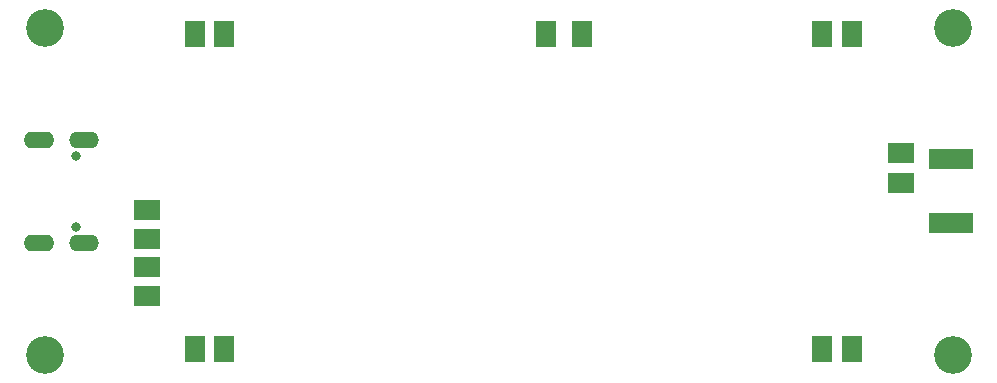
<source format=gbs>
G04*
G04 #@! TF.GenerationSoftware,Altium Limited,Altium Designer,22.11.1 (43)*
G04*
G04 Layer_Color=16711935*
%FSLAX25Y25*%
%MOIN*%
G70*
G04*
G04 #@! TF.SameCoordinates,6F2D09EA-FD7B-4BD8-B8BB-3870161F1110*
G04*
G04*
G04 #@! TF.FilePolarity,Negative*
G04*
G01*
G75*
%ADD28R,0.14580X0.06706*%
%ADD34C,0.03162*%
%ADD35C,0.03280*%
%ADD36O,0.09918X0.05359*%
%ADD37O,0.10249X0.05524*%
%ADD38C,0.12611*%
%ADD47R,0.08674X0.06706*%
%ADD48R,0.06706X0.08674*%
D28*
X310500Y51500D02*
D03*
Y72760D02*
D03*
D34*
X18705Y50177D02*
D03*
D35*
D03*
Y73799D02*
D03*
D36*
X21559Y78996D02*
D03*
Y44980D02*
D03*
D37*
X6500Y78996D02*
D03*
Y44980D02*
D03*
D38*
X311000Y7500D02*
D03*
X8500D02*
D03*
X311000Y116500D02*
D03*
X8500D02*
D03*
D47*
X42583Y55777D02*
D03*
X293933Y74768D02*
D03*
Y64805D02*
D03*
X42583Y46288D02*
D03*
Y36800D02*
D03*
Y27312D02*
D03*
D48*
X187436Y114353D02*
D03*
X267512Y9500D02*
D03*
X277436D02*
D03*
X267436Y114353D02*
D03*
X277436D02*
D03*
X58512Y9500D02*
D03*
X68000D02*
D03*
X58488Y114353D02*
D03*
X175436D02*
D03*
X67976D02*
D03*
M02*

</source>
